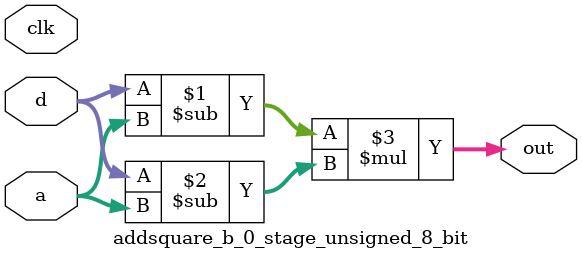
<source format=sv>
(* use_dsp = "yes" *) module addsquare_b_0_stage_unsigned_8_bit(
	input  [7:0] a,
	input  [7:0] d,
	output [7:0] out,
	input clk);

	assign out = (d - a) * (d - a);
endmodule

</source>
